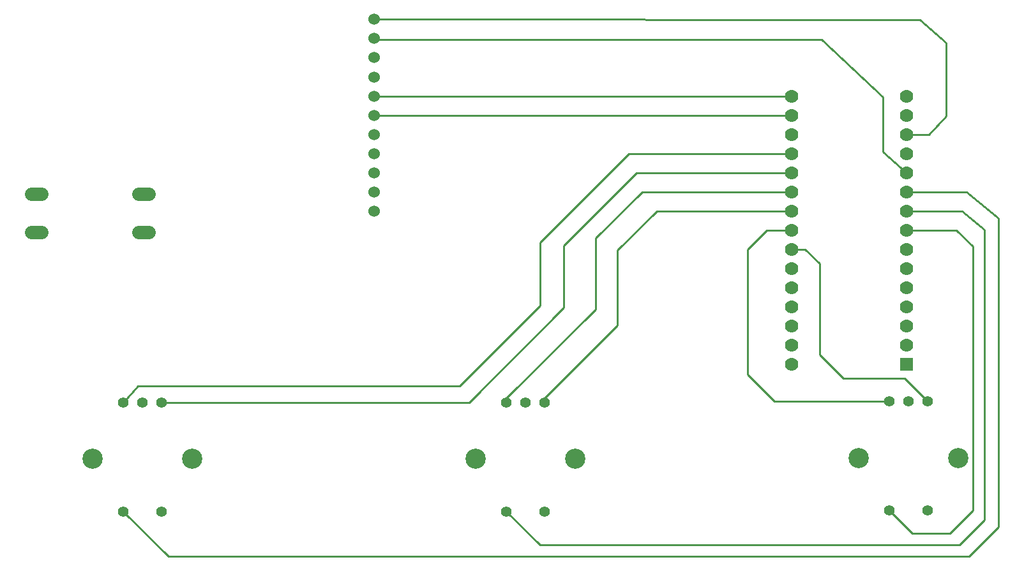
<source format=gbl>
G04 Layer: BottomLayer*
G04 EasyEDA v5.9.42, Tue, 19 Feb 2019 02:49:18 GMT*
G04 6333967b838042d2a107bc752d40cc6d*
G04 Gerber Generator version 0.2*
G04 Scale: 100 percent, Rotated: No, Reflected: No *
G04 Dimensions in millimeters *
G04 leading zeros omitted , absolute positions ,3 integer and 3 decimal *
%FSLAX33Y33*%
%MOMM*%
G90*
G71D02*

%ADD10C,0.254000*%
%ADD11C,1.524000*%
%ADD12R,1.778000X1.778000*%
%ADD13C,1.778000*%
%ADD14C,1.414780*%
%ADD15C,2.684780*%

%LPD*%
G54D10*
G01X121793Y53086D02*
G01X129159Y53086D01*
G01X132080Y50581D01*
G01X132080Y12065D01*
G01X128778Y8763D01*
G01X73152Y8763D01*
G01X68707Y13208D01*
G01X121793Y55626D02*
G01X129720Y55626D01*
G01X133985Y52103D01*
G01X133985Y11176D01*
G01X130048Y7239D01*
G01X23876Y7239D01*
G01X17907Y13208D01*
G01X121793Y63246D02*
G01X124714Y63246D01*
G01X127000Y65659D01*
G01X127000Y75438D01*
G01X123571Y78486D01*
G01X51140Y78526D01*
G01X106553Y65786D02*
G01X100352Y65786D01*
G01X51140Y65775D01*
G01X106553Y60706D02*
G01X84963Y60706D01*
G01X73152Y48895D01*
G01X73152Y40535D01*
G01X62461Y29845D01*
G01X30076Y29845D01*
G01X19812Y29845D01*
G01X17907Y27686D01*
G01X106553Y58166D02*
G01X85979Y58166D01*
G01X76327Y48514D01*
G01X76327Y40281D01*
G01X63754Y27686D01*
G01X22987Y27686D01*
G01X106553Y55626D02*
G01X86710Y55626D01*
G01X80518Y49530D01*
G01X80518Y40027D01*
G01X68707Y28216D01*
G01X68707Y27686D01*
G01X106553Y53086D02*
G01X88658Y53086D01*
G01X83439Y47879D01*
G01X83439Y37871D01*
G01X73787Y28219D01*
G01X73787Y27686D01*
G01X106553Y68326D02*
G01X51141Y68326D01*
G01X106553Y48006D02*
G01X108331Y48006D01*
G01X110236Y46101D01*
G01X110236Y34036D01*
G01X113411Y30861D01*
G01X121539Y30861D01*
G01X124587Y27813D01*
G01X106553Y50546D02*
G01X103251Y50546D01*
G01X100711Y48006D01*
G01X100711Y31369D01*
G01X104267Y27813D01*
G01X119507Y27813D01*
G01X121793Y50546D02*
G01X128397Y50546D01*
G01X130556Y48387D01*
G01X130556Y13335D01*
G01X127508Y10287D01*
G01X122555Y10287D01*
G01X119507Y13335D01*
G01X121793Y58166D02*
G01X118618Y60960D01*
G01X118618Y68199D01*
G01X110490Y75819D01*
G01X51297Y75819D01*
G01X51140Y75976D01*
G54D12*
G01X121793Y32766D03*
G54D13*
G01X121793Y35306D03*
G01X121793Y37846D03*
G01X121793Y40386D03*
G01X121793Y42926D03*
G01X121793Y45466D03*
G01X121793Y48006D03*
G01X121793Y50546D03*
G01X121793Y53086D03*
G01X121793Y55626D03*
G01X121793Y58166D03*
G01X121793Y60706D03*
G01X121793Y63246D03*
G01X121793Y65786D03*
G01X121793Y68326D03*
G01X106553Y32766D03*
G01X106553Y35306D03*
G01X106553Y37846D03*
G01X106553Y40386D03*
G01X106553Y42926D03*
G01X106553Y45466D03*
G01X106553Y48006D03*
G01X106553Y50546D03*
G01X106553Y53086D03*
G01X106553Y55626D03*
G01X106553Y58166D03*
G01X106553Y60706D03*
G01X106553Y63246D03*
G01X106553Y65786D03*
G01X106553Y68326D03*
G54D14*
G01X20447Y27686D03*
G01X17907Y13208D03*
G54D15*
G01X13843Y20193D03*
G01X27051Y20193D03*
G54D14*
G01X22987Y13208D03*
G01X17907Y27686D03*
G01X22987Y27686D03*
G01X71247Y27686D03*
G01X68707Y13208D03*
G54D15*
G01X64643Y20193D03*
G01X77851Y20193D03*
G54D14*
G01X73787Y13208D03*
G01X68707Y27686D03*
G01X73787Y27686D03*
G01X122047Y27813D03*
G01X119507Y13335D03*
G54D15*
G01X115443Y20320D03*
G01X128651Y20320D03*
G54D14*
G01X124587Y13335D03*
G01X119507Y27813D03*
G01X124587Y27813D03*
G54D11*
G01X51141Y53026D03*
G01X51141Y55575D03*
G01X51141Y58126D03*
G01X51141Y60676D03*
G01X51141Y63225D03*
G01X51141Y65776D03*
G01X51141Y68326D03*
G01X51141Y70875D03*
G01X51141Y73426D03*
G01X51141Y75975D03*
G01X51141Y78526D03*
G01X20574Y50292D03*
G01X20574Y55372D03*
G01X6350Y50292D03*
G01X6350Y55372D03*
G54D13*
G01X7048Y50292D02*
G01X5651Y50292D01*
G01X7048Y55372D02*
G01X5651Y55372D01*
G01X21272Y50292D02*
G01X19875Y50292D01*
G01X21272Y55372D02*
G01X19875Y55372D01*
M00*
M02*

</source>
